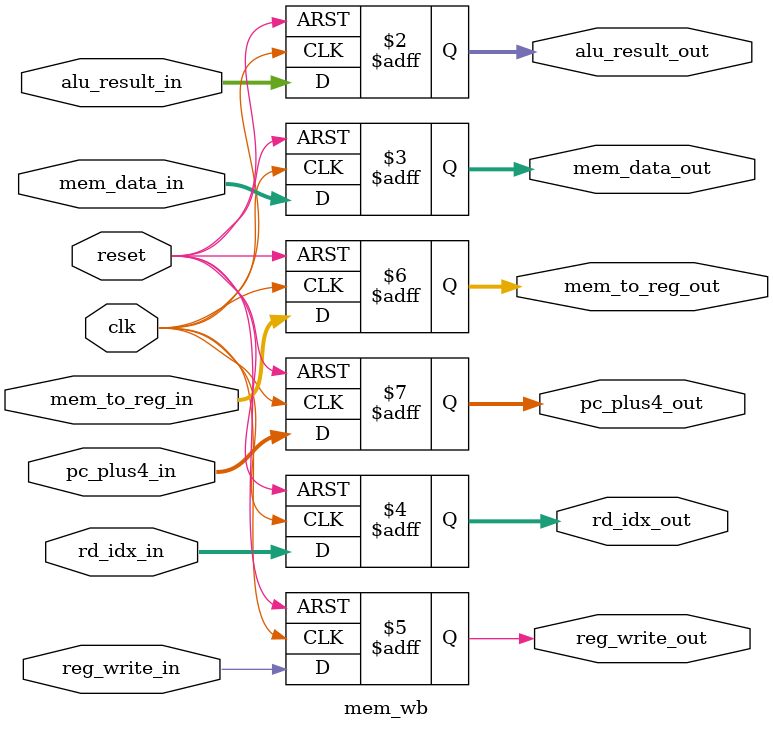
<source format=sv>
module mem_wb (
    input  logic         clk,
    input  logic         reset,
    // Inputs from MEM stage
    input  logic [63:0]  alu_result_in,
    input  logic [63:0]  mem_data_in,
    input  logic [4:0]   rd_idx_in,
    input  logic         reg_write_in,
    input  logic [1:0]   mem_to_reg_in,
    input  logic [63:0]  pc_plus4_in,
    // Outputs to WB stage
    output logic [63:0]  alu_result_out,
    output logic [63:0]  mem_data_out,
    output logic [4:0]   rd_idx_out,
    output logic         reg_write_out,
    output logic [1:0]   mem_to_reg_out,
    output logic [63:0]  pc_plus4_out
);
    always_ff @(posedge clk or posedge reset) begin
        if (reset) begin
            alu_result_out <= 64'b0;
            mem_data_out   <= 64'b0;
            rd_idx_out     <= 5'b0;
            reg_write_out  <= 1'b0;
            mem_to_reg_out <= 2'b0;
            pc_plus4_out   <= 64'b0;
        end else begin
            alu_result_out <= alu_result_in;
            mem_data_out   <= mem_data_in;
            rd_idx_out     <= rd_idx_in;
            reg_write_out  <= reg_write_in;
            mem_to_reg_out <= mem_to_reg_in;
            pc_plus4_out   <= pc_plus4_in;
        end
    end
endmodule


</source>
